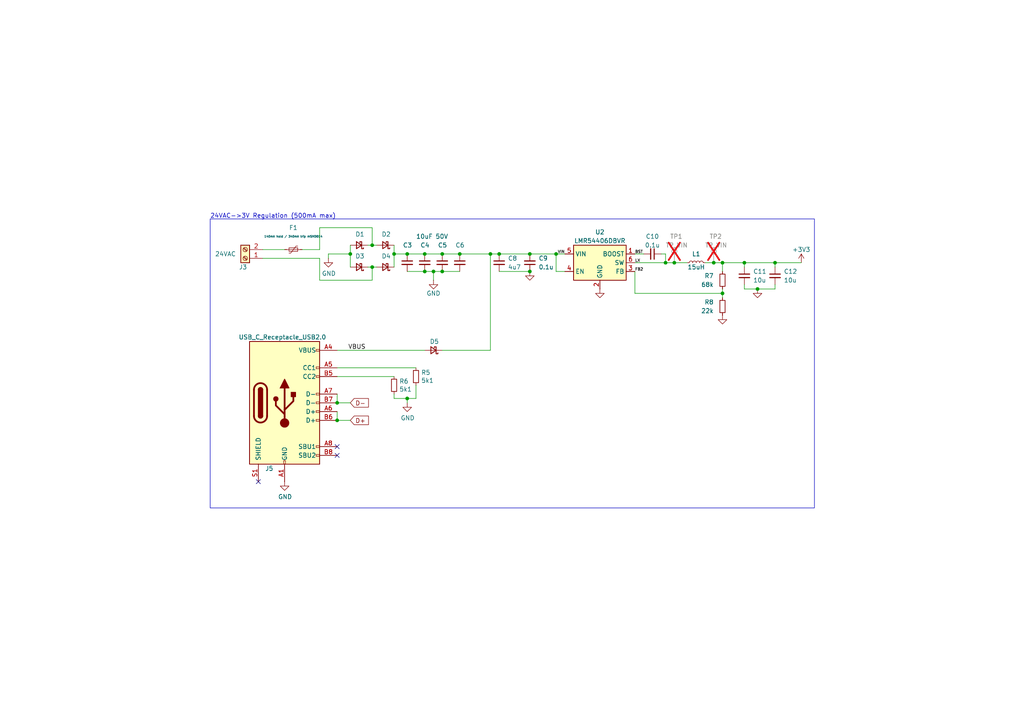
<source format=kicad_sch>
(kicad_sch (version 20231120) (generator "eeschema") (generator_version "8.0")
  (paper "A4")
  (lib_symbols
    (symbol "Connector:Screw_Terminal_01x02" (pin_names (offset 1.016) hide)
      (property "Reference" "J" (at 0 2.54 0))
      (property "Value" "Screw_Terminal_01x02" (at 0 -5.08 0))
      (symbol "Screw_Terminal_01x02_1_1"
        (rectangle (start -1.27 1.27) (end 1.27 -3.81) (stroke (width 0.254)) (fill (type background)))
        (circle (center 0 -2.54) (radius 0.635) (stroke (width 0.1524)))
        (polyline (pts (xy -0.5334 -2.2098) (xy 0.3302 -3.048)) (stroke (width 0.1524)))
        (polyline (pts (xy -0.5334 0.3302) (xy 0.3302 -0.508)) (stroke (width 0.1524)))
        (polyline (pts (xy -0.3556 -2.032) (xy 0.508 -2.8702)) (stroke (width 0.1524)))
        (polyline (pts (xy -0.3556 0.508) (xy 0.508 -0.3302)) (stroke (width 0.1524)))
        (circle (center 0 0) (radius 0.635) (stroke (width 0.1524)))
        (pin passive line (at -5.08 0 0) (length 3.81) (name "Pin_1") (number "1"))
        (pin passive line (at -5.08 -2.54 0) (length 3.81) (name "Pin_2") (number "2"))
      )
    )
    (symbol "Connector:TestPoint" (pin_numbers hide) (pin_names (offset 0.762) hide)
      (property "Reference" "TP" (at 0 6.858 0))
      (property "Value" "TestPoint" (at 0 5.08 0))
      (symbol "TestPoint_0_1"
        (circle (center 0 3.302) (radius 0.762))
      )
      (symbol "TestPoint_1_1"
        (pin passive line (at 0 0 90) (length 2.54) (name "1") (number "1"))
      )
    )
    (symbol "Connector:USB_C_Receptacle_USB2.0_16P" (pin_names (offset 1.016))
      (property "Reference" "J" (at 0 22.225 0))
      (property "Value" "USB_C_Receptacle_USB2.0_16P" (at 0 19.685 0))
      (symbol "USB_C_Receptacle_USB2.0_16P_0_0"
        (rectangle (start -0.254 -17.78) (end 0.254 -16.764))
        (rectangle (start 10.16 -14.986) (end 9.144 -15.494))
        (rectangle (start 10.16 -12.446) (end 9.144 -12.954))
        (rectangle (start 10.16 -4.826) (end 9.144 -5.334))
        (rectangle (start 10.16 -2.286) (end 9.144 -2.794))
        (rectangle (start 10.16 0.254) (end 9.144 -0.254))
        (rectangle (start 10.16 2.794) (end 9.144 2.286))
        (rectangle (start 10.16 7.874) (end 9.144 7.366))
        (rectangle (start 10.16 10.414) (end 9.144 9.906))
        (rectangle (start 10.16 15.494) (end 9.144 14.986))
      )
      (symbol "USB_C_Receptacle_USB2.0_16P_0_1"
        (rectangle (start -10.16 17.78) (end 10.16 -17.78) (stroke (width 0.254)) (fill (type background)))
        (arc (start -8.89 -3.81) (mid -6.985 -5.7067) (end -5.08 -3.81) (stroke (width 0.508)))
        (arc (start -7.62 -3.81) (mid -6.985 -4.4423) (end -6.35 -3.81) (stroke (width 0.254)))
        (arc (start -7.62 -3.81) (mid -6.985 -4.4423) (end -6.35 -3.81) (stroke (width 0.254)) (fill (type outline)))
        (rectangle (start -7.62 -3.81) (end -6.35 3.81) (stroke (width 0.254)) (fill (type outline)))
        (arc (start -6.35 3.81) (mid -6.985 4.4423) (end -7.62 3.81) (stroke (width 0.254)))
        (arc (start -6.35 3.81) (mid -6.985 4.4423) (end -7.62 3.81) (stroke (width 0.254)) (fill (type outline)))
        (arc (start -5.08 3.81) (mid -6.985 5.7067) (end -8.89 3.81) (stroke (width 0.508)))
        (circle (center -2.54 1.143) (radius 0.635) (stroke (width 0.254)) (fill (type outline)))
        (circle (center 0 -5.842) (radius 1.27) (fill (type outline)))
        (polyline (pts (xy -8.89 -3.81) (xy -8.89 3.81)) (stroke (width 0.508)))
        (polyline (pts (xy -5.08 3.81) (xy -5.08 -3.81)) (stroke (width 0.508)))
        (polyline (pts (xy 0 -5.842) (xy 0 4.318)) (stroke (width 0.508)))
        (polyline (pts (xy 0 -3.302) (xy -2.54 -0.762) (xy -2.54 0.508)) (stroke (width 0.508)))
        (polyline (pts (xy 0 -2.032) (xy 2.54 0.508) (xy 2.54 1.778)) (stroke (width 0.508)))
        (polyline (pts (xy -1.27 4.318) (xy 0 6.858) (xy 1.27 4.318) (xy -1.27 4.318)) (stroke (width 0.254)) (fill (type outline)))
        (rectangle (start 1.905 1.778) (end 3.175 3.048) (stroke (width 0.254)) (fill (type outline)))
      )
      (symbol "USB_C_Receptacle_USB2.0_16P_1_1"
        (pin passive line (at 0 -22.86 90) (length 5.08) (name "GND") (number "A1"))
        (pin passive line (at 0 -22.86 90) (length 5.08) hide (name "GND") (number "A12"))
        (pin passive line (at 15.24 15.24 180) (length 5.08) (name "VBUS") (number "A4"))
        (pin bidirectional line (at 15.24 10.16 180) (length 5.08) (name "CC1") (number "A5"))
        (pin bidirectional line (at 15.24 -2.54 180) (length 5.08) (name "D+") (number "A6"))
        (pin bidirectional line (at 15.24 2.54 180) (length 5.08) (name "D-") (number "A7"))
        (pin bidirectional line (at 15.24 -12.7 180) (length 5.08) (name "SBU1") (number "A8"))
        (pin passive line (at 15.24 15.24 180) (length 5.08) hide (name "VBUS") (number "A9"))
        (pin passive line (at 0 -22.86 90) (length 5.08) hide (name "GND") (number "B1"))
        (pin passive line (at 0 -22.86 90) (length 5.08) hide (name "GND") (number "B12"))
        (pin passive line (at 15.24 15.24 180) (length 5.08) hide (name "VBUS") (number "B4"))
        (pin bidirectional line (at 15.24 7.62 180) (length 5.08) (name "CC2") (number "B5"))
        (pin bidirectional line (at 15.24 -5.08 180) (length 5.08) (name "D+") (number "B6"))
        (pin bidirectional line (at 15.24 0 180) (length 5.08) (name "D-") (number "B7"))
        (pin bidirectional line (at 15.24 -15.24 180) (length 5.08) (name "SBU2") (number "B8"))
        (pin passive line (at 15.24 15.24 180) (length 5.08) hide (name "VBUS") (number "B9"))
        (pin passive line (at -7.62 -22.86 90) (length 5.08) (name "SHIELD") (number "S1"))
      )
    )
    (symbol "Device:C_Small" (pin_numbers hide) (pin_names (offset 0.254) hide)
      (property "Reference" "C" (at 0.254 1.778 0))
      (property "Value" "C_Small" (at 0.254 -2.032 0))
      (symbol "C_Small_0_1"
        (polyline (pts (xy -1.524 -0.508) (xy 1.524 -0.508)) (stroke (width 0.3302)))
        (polyline (pts (xy -1.524 0.508) (xy 1.524 0.508)) (stroke (width 0.3048)))
      )
      (symbol "C_Small_1_1"
        (pin passive line (at 0 2.54 270) (length 2.032) (name "~") (number "1"))
        (pin passive line (at 0 -2.54 90) (length 2.032) (name "~") (number "2"))
      )
    )
    (symbol "Device:D_Schottky_Small" (pin_numbers hide) (pin_names (offset 0.254) hide)
      (property "Reference" "D" (at -1.27 2.032 0))
      (property "Value" "D_Schottky_Small" (at -7.112 -2.032 0))
      (symbol "D_Schottky_Small_0_1"
        (polyline (pts (xy -0.762 0) (xy 0.762 0)))
        (polyline (pts (xy 0.762 -1.016) (xy -0.762 0) (xy 0.762 1.016) (xy 0.762 -1.016)) (stroke (width 0.254)))
        (polyline (pts (xy -1.27 0.762) (xy -1.27 1.016) (xy -0.762 1.016) (xy -0.762 -1.016) (xy -0.254 -1.016) (xy -0.254 -0.762)) (stroke (width 0.254)))
      )
      (symbol "D_Schottky_Small_1_1"
        (pin passive line (at -2.54 0 0) (length 1.778) (name "K") (number "1"))
        (pin passive line (at 2.54 0 180) (length 1.778) (name "A") (number "2"))
      )
    )
    (symbol "Device:L_Small" (pin_numbers hide) (pin_names (offset 0.254) hide)
      (property "Reference" "L" (at 0.762 1.016 0))
      (property "Value" "L_Small" (at 0.762 -1.016 0))
      (symbol "L_Small_0_1"
        (arc (start 0 -2.032) (mid 0.5058 -1.524) (end 0 -1.016))
        (arc (start 0 -1.016) (mid 0.5058 -0.508) (end 0 0))
        (arc (start 0 0) (mid 0.5058 0.508) (end 0 1.016))
        (arc (start 0 1.016) (mid 0.5058 1.524) (end 0 2.032))
      )
      (symbol "L_Small_1_1"
        (pin passive line (at 0 2.54 270) (length 0.508) (name "~") (number "1"))
        (pin passive line (at 0 -2.54 90) (length 0.508) (name "~") (number "2"))
      )
    )
    (symbol "Device:Polyfuse_Small" (pin_numbers hide) (pin_names (offset 0))
      (property "Reference" "F" (at -1.905 0 90))
      (property "Value" "Polyfuse_Small" (at 1.905 0 90))
      (symbol "Polyfuse_Small_0_1"
        (rectangle (start -0.508 1.27) (end 0.508 -1.27))
        (polyline (pts (xy 0 2.54) (xy 0 -2.54)))
        (polyline (pts (xy -1.016 1.27) (xy -1.016 0.762) (xy 1.016 -0.762) (xy 1.016 -1.27)))
      )
      (symbol "Polyfuse_Small_1_1"
        (pin passive line (at 0 2.54 270) (length 0.635) (name "~") (number "1"))
        (pin passive line (at 0 -2.54 90) (length 0.635) (name "~") (number "2"))
      )
    )
    (symbol "Device:R_Small" (pin_numbers hide) (pin_names (offset 0.254) hide)
      (property "Reference" "R" (at 0.762 0.508 0))
      (property "Value" "R_Small" (at 0.762 -1.016 0))
      (symbol "R_Small_0_1"
        (rectangle (start -0.762 1.778) (end 0.762 -1.778) (stroke (width 0.2032)))
      )
      (symbol "R_Small_1_1"
        (pin passive line (at 0 2.54 270) (length 0.762) (name "~") (number "1"))
        (pin passive line (at 0 -2.54 90) (length 0.762) (name "~") (number "2"))
      )
    )
    (symbol "Regulator_Switching:LM2840X"
      (property "Reference" "U" (at -7.62 6.35 0))
      (property "Value" "LM2840X" (at 0 6.35 0))
      (symbol "LM2840X_0_1"
        (rectangle (start -7.62 5.08) (end 7.62 -5.08) (stroke (width 0.254)) (fill (type background)))
        (pin input line (at 10.16 2.54 180) (length 2.54) (name "BOOST") (number "1"))
      )
      (symbol "LM2840X_1_1"
        (pin power_in line (at 0 -7.62 90) (length 2.54) (name "GND") (number "2"))
        (pin input line (at 10.16 -2.54 180) (length 2.54) (name "FB") (number "3"))
        (pin input line (at -10.16 -2.54 0) (length 2.54) (name "EN") (number "4"))
        (pin power_in line (at -10.16 2.54 0) (length 2.54) (name "VIN") (number "5"))
        (pin output line (at 10.16 0 180) (length 2.54) (name "SW") (number "6"))
      )
    )
    (symbol "power:+3V3" (power) (pin_numbers hide) (pin_names (offset 0) hide)
      (property "Value" "+3V3" (at 0 3.556 0))
      (symbol "+3V3_0_1"
        (polyline (pts (xy -0.762 1.27) (xy 0 2.54)))
        (polyline (pts (xy 0 0) (xy 0 2.54)))
        (polyline (pts (xy 0 2.54) (xy 0.762 1.27)))
      )
      (symbol "+3V3_1_1"
        (pin power_in line (at 0 0 90) (length 0) (name "~") (number "1"))
      )
    )
    (symbol "power:GND" (power) (pin_numbers hide) (pin_names (offset 0) hide)
      (property "Value" "GND" (at 0 -3.81 0))
      (symbol "GND_0_1"
        (polyline (pts (xy 0 0) (xy 0 -1.27) (xy 1.27 -1.27) (xy 0 -2.54) (xy -1.27 -1.27) (xy 0 -1.27)))
      )
      (symbol "GND_1_1"
        (pin power_in line (at 0 0 270) (length 0) (name "~") (number "1"))
      )
    )
  )
  (junction (at 142.24 73.66))
  (junction (at 207.01 76.2))
  (junction (at 144.78 73.66))
  (junction (at 195.58 76.2))
  (junction (at 97.79 116.84))
  (junction (at 123.19 78.74))
  (junction (at 209.55 85.09))
  (junction (at 118.11 115.57))
  (junction (at 153.67 73.66))
  (junction (at 118.11 73.66))
  (junction (at 114.3 73.66))
  (junction (at 161.29 73.66))
  (junction (at 107.95 71.12))
  (junction (at 224.79 76.2))
  (junction (at 123.19 73.66))
  (junction (at 97.79 121.92))
  (junction (at 209.55 76.2))
  (junction (at 128.27 73.66))
  (junction (at 153.67 78.74))
  (junction (at 193.04 76.2))
  (junction (at 101.6 73.66))
  (junction (at 107.95 77.47))
  (junction (at 133.35 73.66))
  (junction (at 219.71 83.82))
  (junction (at 215.9 76.2))
  (junction (at 128.27 78.74))
  (junction (at 125.73 78.74))
  (no_connect (at 97.79 132.08))
  (no_connect (at 74.93 139.7))
  (no_connect (at 97.79 129.54))
  (wire (pts (xy 209.55 85.09) (xy 209.55 86.36)))
  (wire (pts (xy 118.11 115.57) (xy 118.11 116.84)))
  (wire (pts (xy 133.35 73.66) (xy 142.24 73.66)))
  (wire (pts (xy 101.6 73.66) (xy 101.6 77.47)))
  (wire (pts (xy 97.79 101.6) (xy 123.19 101.6)))
  (wire (pts (xy 184.15 85.09) (xy 184.15 78.74)))
  (wire (pts (xy 224.79 82.55) (xy 224.79 83.82)))
  (wire (pts (xy 215.9 77.47) (xy 215.9 76.2)))
  (wire (pts (xy 120.65 115.57) (xy 120.65 111.76)))
  (wire (pts (xy 142.24 101.6) (xy 142.24 73.66)))
  (wire (pts (xy 87.63 72.39) (xy 92.71 72.39)))
  (wire (pts (xy 107.95 66.04) (xy 107.95 71.12)))
  (wire (pts (xy 114.3 73.66) (xy 114.3 77.47)))
  (wire (pts (xy 123.19 78.74) (xy 125.73 78.74)))
  (wire (pts (xy 114.3 115.57) (xy 118.11 115.57)))
  (wire (pts (xy 92.71 72.39) (xy 92.71 66.04)))
  (wire (pts (xy 97.79 109.22) (xy 114.3 109.22)))
  (wire (pts (xy 125.73 78.74) (xy 128.27 78.74)))
  (wire (pts (xy 184.15 73.66) (xy 186.69 73.66)))
  (wire (pts (xy 97.79 106.68) (xy 120.65 106.68)))
  (wire (pts (xy 114.3 73.66) (xy 118.11 73.66)))
  (wire (pts (xy 184.15 76.2) (xy 193.04 76.2)))
  (wire (pts (xy 215.9 76.2) (xy 224.79 76.2)))
  (wire (pts (xy 224.79 77.47) (xy 224.79 76.2)))
  (wire (pts (xy 123.19 73.66) (xy 128.27 73.66)))
  (wire (pts (xy 114.3 71.12) (xy 114.3 73.66)))
  (wire (pts (xy 193.04 76.2) (xy 195.58 76.2)))
  (wire (pts (xy 161.29 73.66) (xy 163.83 73.66)))
  (wire (pts (xy 107.95 77.47) (xy 109.22 77.47)))
  (wire (pts (xy 209.55 76.2) (xy 207.01 76.2)))
  (wire (pts (xy 118.11 73.66) (xy 123.19 73.66)))
  (wire (pts (xy 76.2 74.93) (xy 92.71 74.93)))
  (wire (pts (xy 209.55 83.82) (xy 209.55 85.09)))
  (wire (pts (xy 128.27 78.74) (xy 133.35 78.74)))
  (wire (pts (xy 101.6 71.12) (xy 101.6 73.66)))
  (wire (pts (xy 163.83 78.74) (xy 161.29 78.74)))
  (wire (pts (xy 107.95 71.12) (xy 109.22 71.12)))
  (wire (pts (xy 224.79 76.2) (xy 232.41 76.2)))
  (wire (pts (xy 144.78 73.66) (xy 153.67 73.66)))
  (wire (pts (xy 95.25 73.66) (xy 101.6 73.66)))
  (wire (pts (xy 107.95 81.28) (xy 92.71 81.28)))
  (wire (pts (xy 161.29 78.74) (xy 161.29 73.66)))
  (wire (pts (xy 97.79 119.38) (xy 97.79 121.92)))
  (wire (pts (xy 118.11 115.57) (xy 120.65 115.57)))
  (wire (pts (xy 142.24 73.66) (xy 144.78 73.66)))
  (wire (pts (xy 106.68 77.47) (xy 107.95 77.47)))
  (wire (pts (xy 92.71 81.28) (xy 92.71 74.93)))
  (wire (pts (xy 118.11 78.74) (xy 123.19 78.74)))
  (wire (pts (xy 224.79 83.82) (xy 219.71 83.82)))
  (wire (pts (xy 209.55 85.09) (xy 184.15 85.09)))
  (wire (pts (xy 195.58 76.2) (xy 199.39 76.2)))
  (wire (pts (xy 191.77 73.66) (xy 193.04 73.66)))
  (wire (pts (xy 153.67 73.66) (xy 161.29 73.66)))
  (wire (pts (xy 76.2 72.39) (xy 82.55 72.39)))
  (wire (pts (xy 125.73 78.74) (xy 125.73 81.28)))
  (wire (pts (xy 215.9 83.82) (xy 219.71 83.82)))
  (wire (pts (xy 92.71 66.04) (xy 107.95 66.04)))
  (wire (pts (xy 207.01 76.2) (xy 204.47 76.2)))
  (wire (pts (xy 209.55 76.2) (xy 215.9 76.2)))
  (wire (pts (xy 114.3 115.57) (xy 114.3 114.3)))
  (wire (pts (xy 95.25 73.66) (xy 95.25 74.93)))
  (wire (pts (xy 97.79 116.84) (xy 101.6 116.84)))
  (wire (pts (xy 209.55 76.2) (xy 209.55 78.74)))
  (wire (pts (xy 107.95 77.47) (xy 107.95 81.28)))
  (wire (pts (xy 97.79 114.3) (xy 97.79 116.84)))
  (wire (pts (xy 215.9 83.82) (xy 215.9 82.55)))
  (wire (pts (xy 144.78 78.74) (xy 153.67 78.74)))
  (wire (pts (xy 193.04 73.66) (xy 193.04 76.2)))
  (wire (pts (xy 106.68 71.12) (xy 107.95 71.12)))
  (wire (pts (xy 97.79 121.92) (xy 101.6 121.92)))
  (wire (pts (xy 128.27 101.6) (xy 142.24 101.6)))
  (wire (pts (xy 128.27 73.66) (xy 133.35 73.66)))
  (rectangle (start 60.96 63.5) (end 236.22 147.32))
  (text "24VAC->3V Regulation (500mA max)" (at 60.96 63.5 0) (effects (font (size 1.27 1.27)) (justify left bottom)))
  (label "FB2" (at 184.15 78.74 0) (effects (font (size 0.8 0.8))))
  (label "VBUS" (at 100.965 101.6 0))
  (label "VIN" (at 163.83 73.66 180) (effects (font (size 0.8 0.8))))
  (label "BST" (at 184.15 73.66 0) (effects (font (size 0.8 0.8))))
  (label "LX" (at 184.15 76.2 0) (effects (font (size 0.8 0.8))))
  (global_label "D-" (shape input) (at 101.6 116.84 0) (property "Intersheetrefs" "${INTERSHEET_REFS}" (effects (hide yes))))
  (global_label "D+" (shape input) (at 101.6 121.92 0) (property "Intersheetrefs" "${INTERSHEET_REFS}" (effects (hide yes))))
  (symbol (lib_id "Regulator_Switching:LM2840X") (at 173.99 76.2 0) (unit 1)
    (property "Reference" "U2" (at 173.99 67.31 0))
    (property "Value" "LMR54406DBVR" (at 173.99 69.85 0))
    (property "Footprint" "Package_TO_SOT_SMD:SOT-23-6" (effects (hide yes)))
    (property "Datasheet" "http://www.ti.com/lit/ds/symlink/lm2842-q1.pdf" (effects (hide yes)))
    (property "LCSC" "C5219316" (effects (hide yes)))
  )
  (symbol (lib_id "Connector:USB_C_Receptacle_USB2.0_16P") (at 82.55 116.84 0) (unit 1)
    (property "Reference" "J5" (at 78.105 135.89 0))
    (property "Value" "USB_C_Receptacle_USB2.0" (at 81.915 97.79 0))
    (property "Footprint" "Connector_USB:USB_C_Receptacle_HRO_TYPE-C-31-M-12" (effects (hide yes)))
    (property "Datasheet" "https://www.usb.org/sites/default/files/documents/usb_type-c.zip" (effects (hide yes)))
    (property "Description" "USB 2.0-only 16P Type-C Receptacle connector" (effects (hide yes)))
    (property "LCSC" "C165948" (effects (hide yes)))
  )
  (symbol (lib_id "power:GND") (at 95.25 74.93 0) (unit 1)
    (property "Reference" "#PWR010" (effects (hide yes)))
    (property "Value" "GND" (at 95.377 79.3242 0))
    (property "Description" "Power symbol creates a global label with name \"GND\" , ground" (effects (hide yes)))
  )
  (symbol (lib_id "Device:C_Small") (at 189.23 73.66 270) (unit 1)
    (property "Reference" "C10" (at 189.2236 68.58 90))
    (property "Value" "0.1u" (at 189.2236 71.12 90))
    (property "Footprint" "Capacitor_SMD:C_0603_1608Metric" (effects (hide yes)))
    (property "LCSC" "C14663" (effects (hide yes)))
  )
  (symbol (lib_id "Connector:TestPoint") (at 207.01 76.2 0) (unit 1) (in_bom no) (on_board no) (dnp yes)
    (property "Reference" "TP2" (at 205.74 68.58 0) (effects (justify left)))
    (property "Value" "TP_VIN" (at 204.47 71.12 0) (effects (justify left)))
    (property "Footprint" "Connector_PinHeader_2.54mm:PinHeader_1x01_P2.54mm_Vertical" (effects (hide yes)))
  )
  (symbol (lib_id "Device:R_Small") (at 120.65 109.22 0) (unit 1)
    (property "Reference" "R5" (at 122.1486 108.0516 0) (effects (justify left)))
    (property "Value" "5k1" (at 122.1486 110.363 0) (effects (justify left)))
    (property "Footprint" "Resistor_SMD:R_0402_1005Metric" (effects (hide yes)))
    (property "LCSC" "C25905" (effects (hide yes)))
  )
  (symbol (lib_id "power:GND") (at 209.55 91.44 0) (unit 1)
    (property "Reference" "#PWR02" (effects (hide yes)))
    (property "Value" "GND" (effects (hide yes)))
    (property "Description" "Power symbol creates a global label with name \"GND\" , ground" (effects (hide yes)))
  )
  (symbol (lib_id "power:GND") (at 118.11 116.84 0) (unit 1)
    (property "Reference" "#PWR022" (effects (hide yes)))
    (property "Value" "GND" (at 118.237 121.2342 0))
    (property "Description" "Power symbol creates a global label with name \"GND\" , ground" (effects (hide yes)))
  )
  (symbol (lib_id "Device:C_Small") (at 133.35 76.2 0) (unit 1)
    (property "Reference" "C6" (at 132.08 71.12 0) (effects (justify left)))
    (property "Value" "10uF 50V" (effects (hide yes)))
    (property "Footprint" "Capacitor_SMD:C_1206_3216Metric" (effects (hide yes)))
    (property "LCSC" "C13585" (effects (hide yes)))
  )
  (symbol (lib_id "Device:C_Small") (at 215.9 80.01 0) (unit 1)
    (property "Reference" "C11" (at 218.44 78.74 0) (effects (justify left)))
    (property "Value" "10u" (at 218.44 81.28 0) (effects (justify left)))
    (property "Footprint" "Capacitor_SMD:C_0805_2012Metric" (effects (hide yes)))
    (property "LCSC" "C15850" (effects (hide yes)))
  )
  (symbol (lib_id "Device:D_Schottky_Small") (at 125.73 101.6 180) (unit 1)
    (property "Reference" "D5" (at 125.984 99.06 0))
    (property "Value" "1N5819WS" (effects (hide yes)))
    (property "Footprint" "Diode_SMD:D_SOD-323" (effects (hide yes)))
    (property "LCSC" "C191023" (effects (hide yes)))
  )
  (symbol (lib_id "power:GND") (at 82.55 139.7 0) (unit 1)
    (property "Reference" "#PWR023" (effects (hide yes)))
    (property "Value" "GND" (at 82.677 144.0942 0))
    (property "Description" "Power symbol creates a global label with name \"GND\" , ground" (effects (hide yes)))
  )
  (symbol (lib_id "Device:C_Small") (at 153.67 76.2 180) (unit 1)
    (property "Reference" "C9" (at 156.21 74.9236 0) (effects (justify right)))
    (property "Value" "0.1u" (at 156.21 77.4636 0) (effects (justify right)))
    (property "Footprint" "Capacitor_SMD:C_0603_1608Metric" (effects (hide yes)))
    (property "LCSC" "C14663" (effects (hide yes)))
  )
  (symbol (lib_id "power:GND") (at 125.73 81.28 0) (unit 1)
    (property "Reference" "#PWR011" (effects (hide yes)))
    (property "Value" "GND" (at 125.73 85.09 0))
    (property "Description" "Power symbol creates a global label with name \"GND\" , ground" (effects (hide yes)))
  )
  (symbol (lib_id "Device:D_Schottky_Small") (at 104.14 77.47 180) (unit 1)
    (property "Reference" "D3" (at 104.394 74.295 0))
    (property "Value" "1N5819WS" (effects (hide yes)))
    (property "Footprint" "Diode_SMD:D_SOD-323" (effects (hide yes)))
    (property "LCSC" "C191023" (effects (hide yes)))
  )
  (symbol (lib_id "Device:R_Small") (at 114.3 111.76 0) (unit 1)
    (property "Reference" "R6" (at 115.7986 110.5916 0) (effects (justify left)))
    (property "Value" "5k1" (at 115.7986 112.903 0) (effects (justify left)))
    (property "Footprint" "Resistor_SMD:R_0402_1005Metric" (effects (hide yes)))
    (property "LCSC" "C25905" (effects (hide yes)))
  )
  (symbol (lib_id "Device:D_Schottky_Small") (at 111.76 71.12 180) (unit 1)
    (property "Reference" "D2" (at 112.014 67.945 0))
    (property "Value" "1N5819WS" (effects (hide yes)))
    (property "Footprint" "Diode_SMD:D_SOD-323" (effects (hide yes)))
    (property "LCSC" "C191023" (effects (hide yes)))
  )
  (symbol (lib_id "Device:R_Small") (at 209.55 81.28 0) (mirror x) (unit 1)
    (property "Reference" "R7" (at 207.01 80.01 0) (effects (justify right)))
    (property "Value" "68k" (at 207.01 82.55 0) (effects (justify right)))
    (property "Footprint" "Resistor_SMD:R_0402_1005Metric" (effects (hide yes)))
    (property "LCSC" "C36871" (effects (hide yes)))
  )
  (symbol (lib_id "power:+3V3") (at 232.41 76.2 0) (unit 1)
    (property "Reference" "#PWR04" (effects (hide yes)))
    (property "Value" "+3V3" (at 232.41 72.39 0))
    (property "Description" "Power symbol creates a global label with name \"+3V3\"" (effects (hide yes)))
  )
  (symbol (lib_id "Connector:TestPoint") (at 195.58 76.2 0) (unit 1) (in_bom no) (on_board no) (dnp yes)
    (property "Reference" "TP1" (at 194.31 68.58 0) (effects (justify left)))
    (property "Value" "TP_VIN" (at 193.04 71.12 0) (effects (justify left)))
    (property "Footprint" "Connector_PinHeader_2.54mm:PinHeader_1x01_P2.54mm_Vertical" (effects (hide yes)))
  )
  (symbol (lib_id "Device:C_Small") (at 123.19 76.2 0) (unit 1)
    (property "Reference" "C4" (at 121.92 71.12 0) (effects (justify left)))
    (property "Value" "10uF 50V" (effects (hide yes)))
    (property "Footprint" "Capacitor_SMD:C_1206_3216Metric" (effects (hide yes)))
    (property "LCSC" "C13585" (effects (hide yes)))
  )
  (symbol (lib_id "Device:C_Small") (at 128.27 76.2 0) (unit 1)
    (property "Reference" "C5" (at 127 71.12 0) (effects (justify left)))
    (property "Value" "10uF 50V" (effects (hide yes)))
    (property "Footprint" "Capacitor_SMD:C_1206_3216Metric" (effects (hide yes)))
    (property "LCSC" "C13585" (effects (hide yes)))
  )
  (symbol (lib_id "Device:L_Small") (at 201.93 76.2 90) (unit 1)
    (property "Reference" "L1" (at 201.93 73.66 90))
    (property "Value" "15uH" (at 201.93 77.47 90))
    (property "Footprint" "Inductor_SMD:L_Sunlord_SWPA6028S" (effects (hide yes)))
    (property "LCSC" "C83373" (effects (hide yes)))
    (property "PN" "SRN6045-150M or SWPA6045S150MT" (effects (hide yes)))
  )
  (symbol (lib_id "power:GND") (at 219.71 83.82 0) (unit 1)
    (property "Reference" "#PWR03" (effects (hide yes)))
    (property "Value" "GND" (effects (hide yes)))
    (property "Description" "Power symbol creates a global label with name \"GND\" , ground" (effects (hide yes)))
  )
  (symbol (lib_id "Device:C_Small") (at 224.79 80.01 0) (unit 1)
    (property "Reference" "C12" (at 227.33 78.74 0) (effects (justify left)))
    (property "Value" "10u" (at 227.33 81.28 0) (effects (justify left)))
    (property "Footprint" "Capacitor_SMD:C_0805_2012Metric" (effects (hide yes)))
    (property "LCSC" "C15850" (effects (hide yes)))
  )
  (symbol (lib_id "Device:C_Small") (at 144.78 76.2 0) (unit 1)
    (property "Reference" "C8" (at 147.32 74.9363 0) (effects (justify left)))
    (property "Value" "4u7" (at 147.32 77.4763 0) (effects (justify left)))
    (property "Footprint" "Capacitor_SMD:C_1206_3216Metric" (effects (hide yes)))
    (property "LCSC" "C29823" (effects (hide yes)))
  )
  (symbol (lib_id "Device:C_Small") (at 118.11 76.2 0) (unit 1)
    (property "Reference" "C3" (at 116.84 71.12 0) (effects (justify left)))
    (property "Value" "10uF 50V" (at 120.65 68.58 0) (effects (justify left)))
    (property "Footprint" "Capacitor_SMD:C_1206_3216Metric" (effects (hide yes)))
    (property "LCSC" "C13585" (effects (hide yes)))
  )
  (symbol (lib_id "power:GND") (at 173.99 83.82 0) (unit 1)
    (property "Reference" "#PWR01" (effects (hide yes)))
    (property "Value" "GND" (effects (hide yes)))
    (property "Description" "Power symbol creates a global label with name \"GND\" , ground" (effects (hide yes)))
  )
  (symbol (lib_id "Device:R_Small") (at 209.55 88.9 0) (mirror y) (unit 1)
    (property "Reference" "R8" (at 207.01 87.63 0) (effects (justify left)))
    (property "Value" "22k" (at 207.01 90.17 0) (effects (justify left)))
    (property "Footprint" "Resistor_SMD:R_0402_1005Metric" (effects (hide yes)))
    (property "LCSC" "C25768" (effects (hide yes)))
  )
  (symbol (lib_id "Device:Polyfuse_Small") (at 85.09 72.39 90) (unit 1)
    (property "Reference" "F1" (at 85.09 66.04 90))
    (property "Value" "140mA hold / 340mA trip mSMD014" (at 85.09 68.58 90) (effects (font (size 0.6 0.6))))
    (property "Footprint" "Fuse:Fuse_1812_4532Metric" (effects (hide yes)))
    (property "LCSC" "C70106" (effects (hide yes)))
  )
  (symbol (lib_id "power:GND") (at 153.67 78.74 0) (unit 1)
    (property "Reference" "#PWR05" (effects (hide yes)))
    (property "Value" "GND" (effects (hide yes)))
    (property "Description" "Power symbol creates a global label with name \"GND\" , ground" (effects (hide yes)))
  )
  (symbol (lib_id "Connector:Screw_Terminal_01x02") (at 71.12 74.93 180) (unit 1)
    (property "Reference" "J3" (at 70.485 77.47 0))
    (property "Value" "24VAC" (at 65.405 73.66 0))
    (property "Footprint" "Connector_Phoenix_MC:PhoenixContact_MC_1,5_2-G-3.81_1x02_P3.81mm_Horizontal" (effects (hide yes)))
    (property "LCSC" "C480537" (effects (hide yes)))
  )
  (symbol (lib_id "Device:D_Schottky_Small") (at 104.14 71.12 180) (unit 1)
    (property "Reference" "D1" (at 104.394 67.945 0))
    (property "Value" "1N5819WS" (effects (hide yes)))
    (property "Footprint" "Diode_SMD:D_SOD-323" (effects (hide yes)))
    (property "LCSC" "C191023" (effects (hide yes)))
  )
  (symbol (lib_id "Device:D_Schottky_Small") (at 111.76 77.47 180) (unit 1)
    (property "Reference" "D4" (at 112.014 74.295 0))
    (property "Value" "1N5819WS" (effects (hide yes)))
    (property "Footprint" "Diode_SMD:D_SOD-323" (effects (hide yes)))
    (property "LCSC" "C191023" (effects (hide yes)))
  )
)
</source>
